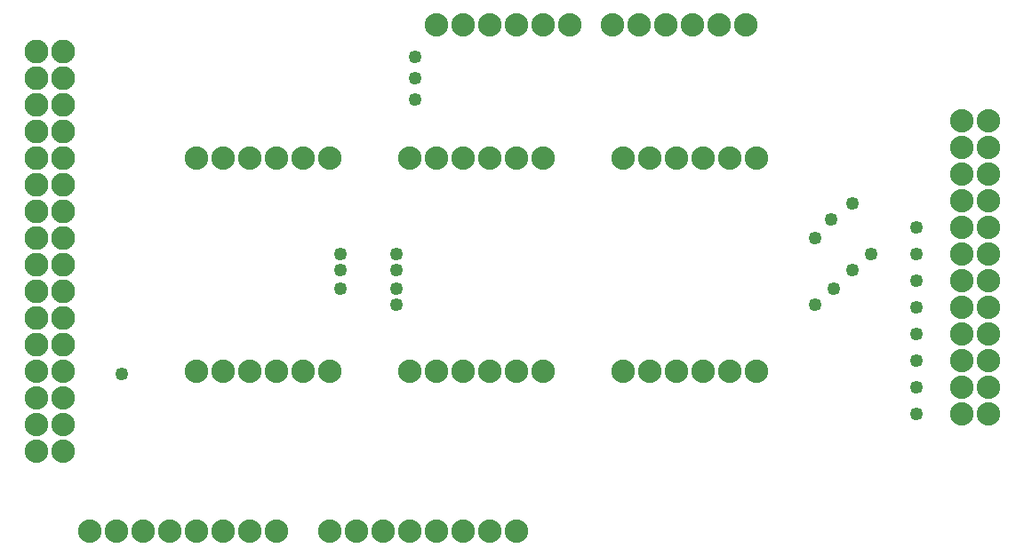
<source format=gts>
G04 MADE WITH FRITZING*
G04 WWW.FRITZING.ORG*
G04 DOUBLE SIDED*
G04 HOLES PLATED*
G04 CONTOUR ON CENTER OF CONTOUR VECTOR*
%ASAXBY*%
%FSLAX23Y23*%
%MOIN*%
%OFA0B0*%
%SFA1.0B1.0*%
%ADD10C,0.088000*%
%ADD11C,0.049370*%
%ADD12C,0.080866*%
%ADD13C,0.089370*%
%LNMASK1*%
G90*
G70*
G54D10*
X2893Y695D03*
X2793Y695D03*
X2693Y695D03*
X2593Y695D03*
X2493Y695D03*
X2393Y695D03*
G54D11*
X1613Y1795D03*
G54D10*
X2093Y695D03*
X1993Y695D03*
X1893Y695D03*
X1793Y695D03*
X1693Y695D03*
X1593Y695D03*
G54D12*
X193Y1495D03*
X193Y495D03*
X1893Y695D03*
X3763Y1635D03*
X3663Y1335D03*
X993Y95D03*
X1193Y695D03*
X3763Y1335D03*
X293Y1395D03*
X3663Y735D03*
X1293Y95D03*
X1593Y1495D03*
G54D10*
X1293Y1495D03*
X1193Y1495D03*
X1093Y1495D03*
X993Y1495D03*
X893Y1495D03*
X793Y1495D03*
G54D12*
X193Y395D03*
X1493Y95D03*
G54D11*
X1543Y1005D03*
G54D12*
X2493Y1495D03*
G54D10*
X3763Y1635D03*
X3763Y1535D03*
X3763Y1435D03*
X3763Y1335D03*
X3763Y1235D03*
X3763Y1135D03*
X3763Y1035D03*
X3763Y935D03*
X3763Y835D03*
X3763Y735D03*
X3763Y635D03*
X3763Y535D03*
X3763Y1635D03*
X3763Y1535D03*
X3763Y1435D03*
X3763Y1335D03*
X3763Y1235D03*
X3763Y1135D03*
X3763Y1035D03*
X3763Y935D03*
X3763Y835D03*
X3763Y735D03*
X3763Y635D03*
X3763Y535D03*
X3663Y535D03*
X3663Y635D03*
X3663Y735D03*
X3663Y835D03*
X3663Y935D03*
X3663Y1035D03*
X3663Y1135D03*
X3663Y1235D03*
X3663Y1335D03*
X3663Y1435D03*
X3663Y1535D03*
X3663Y1635D03*
X3763Y1635D03*
X3763Y1535D03*
X3763Y1435D03*
X3763Y1335D03*
X3763Y1235D03*
X3763Y1135D03*
X3763Y1035D03*
X3763Y935D03*
X3763Y835D03*
X3763Y735D03*
X3763Y635D03*
X3763Y535D03*
X3763Y1635D03*
X3763Y1535D03*
X3763Y1435D03*
X3763Y1335D03*
X3763Y1235D03*
X3763Y1135D03*
X3763Y1035D03*
X3763Y935D03*
X3763Y835D03*
X3763Y735D03*
X3763Y635D03*
X3763Y535D03*
X3663Y535D03*
X3663Y635D03*
X3663Y735D03*
X3663Y835D03*
X3663Y935D03*
X3663Y1035D03*
X3663Y1135D03*
X3663Y1235D03*
X3663Y1335D03*
X3663Y1435D03*
X3663Y1535D03*
X3663Y1635D03*
G54D12*
X193Y1295D03*
X3663Y535D03*
X1993Y1995D03*
G54D10*
X293Y695D03*
X293Y595D03*
X293Y495D03*
X293Y395D03*
X293Y695D03*
X293Y595D03*
X293Y495D03*
X293Y395D03*
X193Y395D03*
X193Y495D03*
X193Y595D03*
X193Y695D03*
X293Y695D03*
X293Y595D03*
X293Y495D03*
X293Y395D03*
X293Y695D03*
X293Y595D03*
X293Y495D03*
X293Y395D03*
X193Y395D03*
X193Y495D03*
X193Y595D03*
X193Y695D03*
G54D12*
X2493Y695D03*
G54D10*
X2893Y1495D03*
X2793Y1495D03*
X2693Y1495D03*
X2593Y1495D03*
X2493Y1495D03*
X2393Y1495D03*
G54D12*
X1693Y95D03*
X293Y595D03*
X893Y95D03*
G54D11*
X3493Y1035D03*
G54D12*
X193Y1695D03*
X1893Y1495D03*
X3763Y835D03*
X793Y695D03*
X293Y1495D03*
X293Y695D03*
X3763Y535D03*
G54D11*
X1543Y945D03*
G54D12*
X2853Y1995D03*
G54D11*
X3323Y1135D03*
G54D12*
X293Y1095D03*
X1893Y1995D03*
G54D11*
X1333Y1075D03*
G54D12*
X2793Y1495D03*
X2453Y1995D03*
X3763Y1035D03*
X3663Y1235D03*
G54D11*
X3493Y1235D03*
G54D12*
X193Y795D03*
G54D11*
X1613Y1875D03*
G54D10*
X1293Y695D03*
X1193Y695D03*
X1093Y695D03*
X993Y695D03*
X893Y695D03*
X793Y695D03*
G54D12*
X793Y1495D03*
X2893Y695D03*
X1793Y95D03*
X1693Y1495D03*
X193Y1595D03*
G54D11*
X3253Y1325D03*
G54D12*
X693Y95D03*
X2553Y1995D03*
X3663Y1435D03*
G54D11*
X513Y685D03*
X3493Y935D03*
G54D12*
X293Y1595D03*
X193Y695D03*
X1993Y1495D03*
X2393Y1495D03*
X3663Y635D03*
X793Y95D03*
X1093Y95D03*
G54D10*
X2093Y1495D03*
X1993Y1495D03*
X1893Y1495D03*
X1793Y1495D03*
X1693Y1495D03*
X1593Y1495D03*
G54D12*
X193Y1095D03*
X2593Y695D03*
X993Y1495D03*
X3663Y1535D03*
G54D11*
X3113Y1195D03*
G54D12*
X2093Y1995D03*
X293Y1795D03*
X993Y695D03*
X1693Y1995D03*
X3663Y1035D03*
G54D11*
X3173Y1265D03*
G54D10*
X2353Y1995D03*
X2453Y1995D03*
X2553Y1995D03*
X2653Y1995D03*
X2753Y1995D03*
X2853Y1995D03*
G54D12*
X2693Y695D03*
X2193Y1995D03*
X293Y995D03*
X193Y1895D03*
X393Y95D03*
X193Y595D03*
X3663Y1635D03*
X2793Y695D03*
X3763Y1435D03*
G54D10*
X1093Y95D03*
X993Y95D03*
X893Y95D03*
X793Y95D03*
X693Y95D03*
X593Y95D03*
X493Y95D03*
X393Y95D03*
X1093Y95D03*
X993Y95D03*
X893Y95D03*
X793Y95D03*
X693Y95D03*
X593Y95D03*
X493Y95D03*
X393Y95D03*
G54D12*
X2393Y695D03*
G54D11*
X1543Y1075D03*
G54D12*
X293Y1695D03*
X1393Y95D03*
X293Y795D03*
X3763Y1535D03*
X3763Y1135D03*
G54D10*
X1693Y1995D03*
X1793Y1995D03*
X1893Y1995D03*
X1993Y1995D03*
X2093Y1995D03*
X2193Y1995D03*
G54D12*
X593Y95D03*
X3663Y1135D03*
X1793Y1995D03*
G54D11*
X3493Y1135D03*
X3493Y835D03*
G54D12*
X3663Y835D03*
X293Y1295D03*
X1193Y1495D03*
X2893Y1495D03*
X293Y1195D03*
X1793Y695D03*
G54D11*
X1543Y1135D03*
G54D10*
X1993Y95D03*
X1893Y95D03*
X1793Y95D03*
X1693Y95D03*
X1593Y95D03*
X1493Y95D03*
X1393Y95D03*
X1293Y95D03*
X1993Y95D03*
X1893Y95D03*
X1793Y95D03*
X1693Y95D03*
X1593Y95D03*
X1493Y95D03*
X1393Y95D03*
X1293Y95D03*
G54D12*
X293Y395D03*
X1093Y1495D03*
X193Y895D03*
X1693Y695D03*
G54D11*
X1333Y1005D03*
G54D12*
X3663Y935D03*
X1593Y95D03*
X1893Y95D03*
G54D11*
X3253Y1075D03*
G54D12*
X3763Y635D03*
X2593Y1495D03*
G54D11*
X3493Y535D03*
X1613Y1715D03*
G54D12*
X1793Y1495D03*
X2093Y1495D03*
X193Y1195D03*
X1293Y1495D03*
X293Y495D03*
X1993Y95D03*
G54D11*
X3183Y1005D03*
G54D12*
X1593Y695D03*
X2693Y1495D03*
X293Y895D03*
X2653Y1995D03*
G54D13*
X293Y1895D03*
X293Y1795D03*
X293Y1695D03*
X293Y1595D03*
X293Y1495D03*
X293Y1395D03*
X293Y1295D03*
X293Y1195D03*
X293Y1095D03*
X293Y995D03*
X293Y895D03*
X293Y795D03*
X293Y1895D03*
X293Y1795D03*
X293Y1695D03*
X293Y1595D03*
X293Y1495D03*
X293Y1395D03*
X293Y1295D03*
X293Y1195D03*
X293Y1095D03*
X293Y995D03*
X293Y895D03*
X293Y795D03*
X193Y795D03*
X193Y895D03*
X193Y995D03*
X193Y1095D03*
X193Y1195D03*
X193Y1295D03*
X193Y1395D03*
X193Y1495D03*
X193Y1595D03*
X193Y1695D03*
X193Y1795D03*
X193Y1895D03*
X293Y1895D03*
X293Y1795D03*
X293Y1695D03*
X293Y1595D03*
X293Y1495D03*
X293Y1395D03*
X293Y1295D03*
X293Y1195D03*
X293Y1095D03*
X293Y995D03*
X293Y895D03*
X293Y795D03*
X293Y1895D03*
X293Y1795D03*
X293Y1695D03*
X293Y1595D03*
X293Y1495D03*
X293Y1395D03*
X293Y1295D03*
X293Y1195D03*
X293Y1095D03*
X293Y995D03*
X293Y895D03*
X293Y795D03*
X193Y795D03*
X193Y895D03*
X193Y995D03*
X193Y1095D03*
X193Y1195D03*
X193Y1295D03*
X193Y1395D03*
X193Y1495D03*
X193Y1595D03*
X193Y1695D03*
X193Y1795D03*
X193Y1895D03*
G54D11*
X1333Y1135D03*
G54D12*
X493Y95D03*
X193Y1795D03*
X3763Y1235D03*
X1093Y695D03*
X3763Y935D03*
X193Y1395D03*
X293Y1895D03*
X2753Y1995D03*
G54D11*
X3493Y635D03*
G54D12*
X893Y695D03*
X3763Y735D03*
G54D11*
X3493Y735D03*
G54D12*
X1293Y695D03*
X1993Y695D03*
X893Y1495D03*
G54D11*
X3113Y945D03*
G54D12*
X193Y995D03*
X2353Y1995D03*
X2093Y695D03*
G04 End of Mask1*
M02*
</source>
